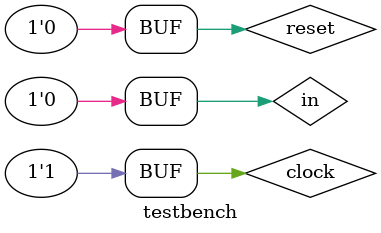
<source format=v>
module testbench;

	reg in,reset,clock;
	wire Q3,Q2,Q1,Q0;
	
	registrador_4bit dut(Q0,Q1,Q2,Q3,in,reset,clock);
	
	initial
	begin
		reset=1'b0;	clock=1'b0; in=1'b0;	#20
		reset=1'b1;	clock=1'b1; in=1'b0;	#20
		reset=1'b0;	clock=1'b0; in=1'b1;	#20
		reset=1'b0;	clock=1'b1; in=1'b1;	#20
		reset=1'b0;	clock=1'b0; in=1'b0;	#20
		reset=1'b0;	clock=1'b1; in=1'b0;	#20
		reset=1'b0;	clock=1'b0; in=1'b1;	#20
		reset=1'b0;	clock=1'b1; in=1'b1;	#20
		reset=1'b0;	clock=1'b0; in=1'b0;	#20
		reset=1'b0;	clock=1'b1; in=1'b0;	#20
		
		reset=1'b0;	clock=1'b0; in=1'b0;	#20
		reset=1'b1;	clock=1'b1; in=1'b0;	#20
		reset=1'b0;	clock=1'b0; in=1'b1;	#20
		reset=1'b0;	clock=1'b1; in=1'b1;	#20
		reset=1'b0;	clock=1'b0; in=1'b0;	#20
		reset=1'b0;	clock=1'b1; in=1'b0;	#20
		reset=1'b0;	clock=1'b0; in=1'b1;	#20
		reset=1'b0;	clock=1'b1; in=1'b1;	#20
		reset=1'b0;	clock=1'b0; in=1'b0;	#20
		reset=1'b0;	clock=1'b1; in=1'b0;	#20;
	end
endmodule

</source>
